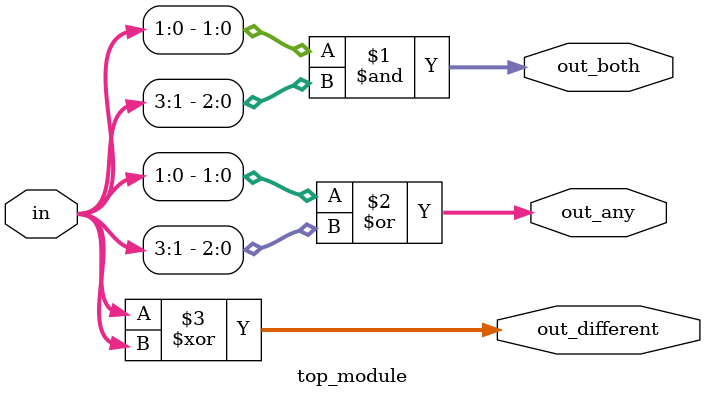
<source format=sv>
module top_module (
	input [3:0] in,
	output [2:0] out_both,
	output [3:0] out_any,
	output [3:0] out_different
);

    assign out_both = in[1:0] & in[3:1];
    assign out_any = in[1:0] | in[3:1];
    assign out_different = in ^ {in[3:1], in[0]};

endmodule

</source>
